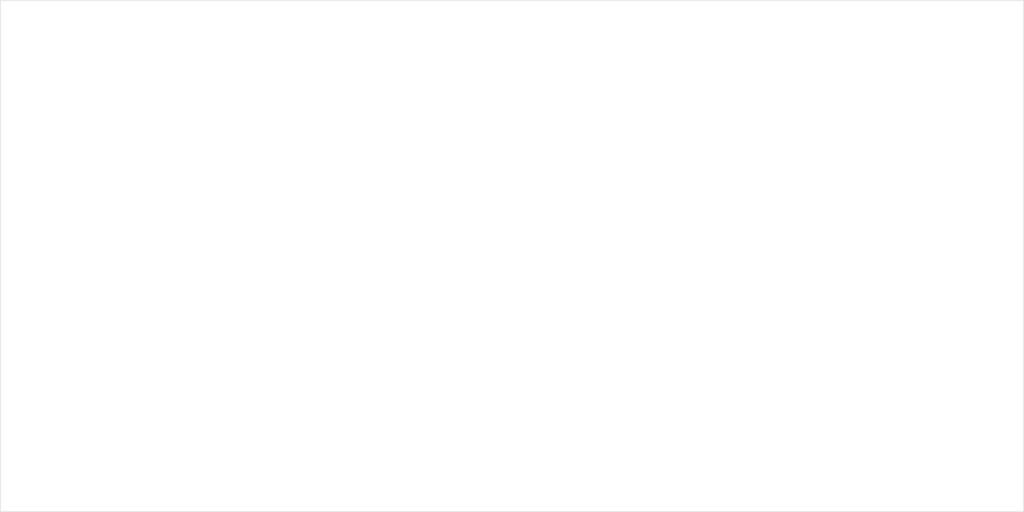
<source format=kicad_pcb>
(kicad_pcb
	(version 20241229)
	(generator "pcbnew")
	(generator_version "9.0")
	(general
		(thickness 1.6)
		(legacy_teardrops no)
	)
	(paper "A4")
	(layers
		(0 "F.Cu" signal)
		(2 "B.Cu" signal)
		(9 "F.Adhes" user "F.Adhesive")
		(11 "B.Adhes" user "B.Adhesive")
		(13 "F.Paste" user)
		(15 "B.Paste" user)
		(5 "F.SilkS" user "F.Silkscreen")
		(7 "B.SilkS" user "B.Silkscreen")
		(1 "F.Mask" user)
		(3 "B.Mask" user)
		(17 "Dwgs.User" user "User.Drawings")
		(19 "Cmts.User" user "User.Comments")
		(21 "Eco1.User" user "User.Eco1")
		(23 "Eco2.User" user "User.Eco2")
		(25 "Edge.Cuts" user)
		(27 "Margin" user)
		(31 "F.CrtYd" user "F.Courtyard")
		(29 "B.CrtYd" user "B.Courtyard")
		(35 "F.Fab" user)
		(33 "B.Fab" user)
		(39 "User.1" user)
		(41 "User.2" user)
		(43 "User.3" user)
		(45 "User.4" user)
	)
	(setup
		(pad_to_mask_clearance 0)
		(allow_soldermask_bridges_in_footprints no)
		(tenting front back)
		(pcbplotparams
			(layerselection 0x00000000_00000000_55555555_5755f5ff)
			(plot_on_all_layers_selection 0x00000000_00000000_00000000_00000000)
			(disableapertmacros no)
			(usegerberextensions no)
			(usegerberattributes yes)
			(usegerberadvancedattributes yes)
			(creategerberjobfile yes)
			(dashed_line_dash_ratio 12.000000)
			(dashed_line_gap_ratio 3.000000)
			(svgprecision 4)
			(plotframeref no)
			(mode 1)
			(useauxorigin no)
			(hpglpennumber 1)
			(hpglpenspeed 20)
			(hpglpendiameter 15.000000)
			(pdf_front_fp_property_popups yes)
			(pdf_back_fp_property_popups yes)
			(pdf_metadata yes)
			(pdf_single_document no)
			(dxfpolygonmode yes)
			(dxfimperialunits yes)
			(dxfusepcbnewfont yes)
			(psnegative no)
			(psa4output no)
			(plot_black_and_white yes)
			(plotinvisibletext no)
			(sketchpadsonfab no)
			(plotpadnumbers no)
			(hidednponfab no)
			(sketchdnponfab yes)
			(crossoutdnponfab yes)
			(subtractmaskfromsilk no)
			(outputformat 1)
			(mirror no)
			(drillshape 1)
			(scaleselection 1)
			(outputdirectory "")
		)
	)
	(net 0 "")
	(gr_rect
		(start 90 70)
		(end 190 120)
		(stroke
			(width 0.05)
			(type solid)
		)
		(fill no)
		(layer "Edge.Cuts")
		(uuid "56050e58-4e8f-444d-a4c7-7ee9be5ff33e")
	)
	(gr_rect
		(start 90 70)
		(end 190 120)
		(stroke
			(width 0.1)
			(type solid)
		)
		(fill no)
		(layer "Margin")
		(uuid "939dbee4-5042-4e3d-b634-76f934e4fc7a")
	)
	(embedded_fonts no)
)

</source>
